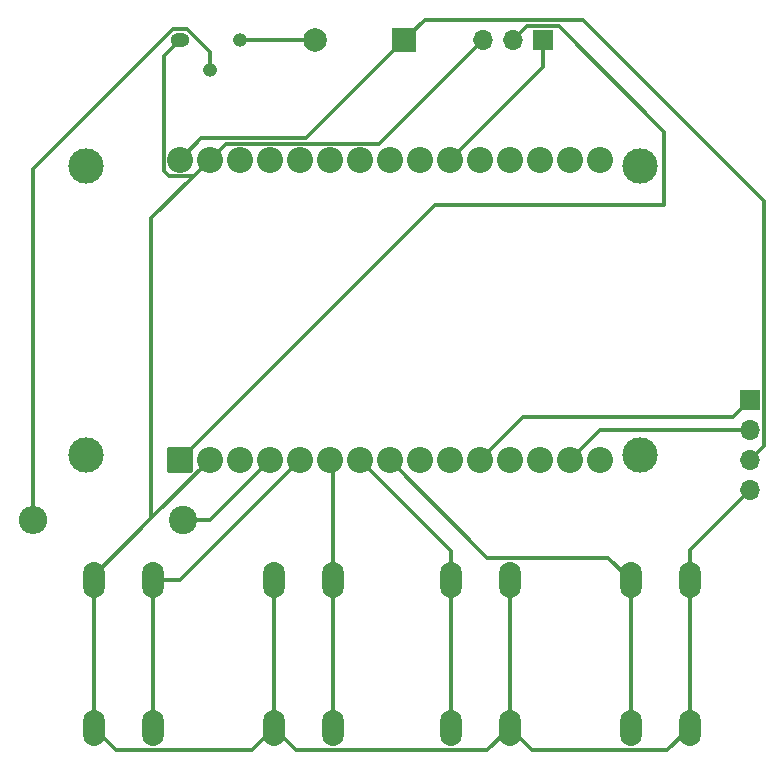
<source format=gbr>
%TF.GenerationSoftware,KiCad,Pcbnew,7.0.9*%
%TF.CreationDate,2023-11-28T22:12:25-05:00*%
%TF.ProjectId,h,682e6b69-6361-4645-9f70-636258585858,rev?*%
%TF.SameCoordinates,Original*%
%TF.FileFunction,Soldermask,Bot*%
%TF.FilePolarity,Negative*%
%FSLAX46Y46*%
G04 Gerber Fmt 4.6, Leading zero omitted, Abs format (unit mm)*
G04 Created by KiCad (PCBNEW 7.0.9) date 2023-11-28 22:12:25*
%MOMM*%
%LPD*%
G01*
G04 APERTURE LIST*
G04 Aperture macros list*
%AMRoundRect*
0 Rectangle with rounded corners*
0 $1 Rounding radius*
0 $2 $3 $4 $5 $6 $7 $8 $9 X,Y pos of 4 corners*
0 Add a 4 corners polygon primitive as box body*
4,1,4,$2,$3,$4,$5,$6,$7,$8,$9,$2,$3,0*
0 Add four circle primitives for the rounded corners*
1,1,$1+$1,$2,$3*
1,1,$1+$1,$4,$5*
1,1,$1+$1,$6,$7*
1,1,$1+$1,$8,$9*
0 Add four rect primitives between the rounded corners*
20,1,$1+$1,$2,$3,$4,$5,0*
20,1,$1+$1,$4,$5,$6,$7,0*
20,1,$1+$1,$6,$7,$8,$9,0*
20,1,$1+$1,$8,$9,$2,$3,0*%
G04 Aperture macros list end*
%ADD10O,1.850000X3.048000*%
%ADD11C,2.400000*%
%ADD12O,2.400000X2.400000*%
%ADD13C,3.000000*%
%ADD14C,2.204000*%
%ADD15RoundRect,0.102000X1.000000X-1.000000X1.000000X1.000000X-1.000000X1.000000X-1.000000X-1.000000X0*%
%ADD16O,1.200000X1.200000*%
%ADD17O,1.600000X1.200000*%
%ADD18O,1.700000X1.700000*%
%ADD19R,1.700000X1.700000*%
%ADD20C,2.000000*%
%ADD21R,2.000000X2.000000*%
%TA.AperFunction,ComponentPad*%
%ADD22O,1.850000X3.048000*%
%TD*%
%TA.AperFunction,ComponentPad*%
%ADD23C,2.400000*%
%TD*%
%TA.AperFunction,ComponentPad*%
%ADD24O,2.400000X2.400000*%
%TD*%
%TA.AperFunction,ComponentPad*%
%ADD25C,2.000000*%
%TD*%
%TA.AperFunction,ComponentPad*%
%ADD26R,2.000000X2.000000*%
%TD*%
%TA.AperFunction,ComponentPad*%
%ADD27O,1.200000X1.200000*%
%TD*%
%TA.AperFunction,ComponentPad*%
%ADD28O,1.600000X1.200000*%
%TD*%
%TA.AperFunction,ComponentPad*%
%ADD29O,1.700000X1.700000*%
%TD*%
%TA.AperFunction,ComponentPad*%
%ADD30R,1.700000X1.700000*%
%TD*%
%TA.AperFunction,Conductor*%
%ADD31C,0.300000*%
%TD*%
G04 APERTURE END LIST*
D10*
%TO.C,SW1*%
X109300000Y-121720000D03*
X109300000Y-109220000D03*
X114300000Y-121720000D03*
X114300000Y-109220000D03*
%TD*%
D11*
%TO.C,R2*%
X116840000Y-104140000D03*
D12*
X104140000Y-104140000D03*
%TD*%
D13*
%TO.C,U1*%
X108605000Y-98640000D03*
X108605000Y-74130000D03*
X155555000Y-74130000D03*
X155555000Y-98640000D03*
D14*
X152125000Y-73660000D03*
X149585000Y-73660000D03*
X147045000Y-73660000D03*
X144505000Y-73660000D03*
X141965000Y-73660000D03*
X139425000Y-73660000D03*
X136885000Y-73660000D03*
X134345000Y-73660000D03*
X131805000Y-73660000D03*
X129265000Y-73660000D03*
X126725000Y-73660000D03*
X124185000Y-73660000D03*
X121645000Y-73660000D03*
X119105000Y-73660000D03*
X116565000Y-73660000D03*
X152125000Y-99060000D03*
X149585000Y-99060000D03*
X147045000Y-99060000D03*
X144505000Y-99060000D03*
X141965000Y-99060000D03*
X139425000Y-99060000D03*
X136885000Y-99060000D03*
X134345000Y-99060000D03*
X131805000Y-99060000D03*
X129265000Y-99060000D03*
X126725000Y-99060000D03*
X124185000Y-99060000D03*
X121645000Y-99060000D03*
X119105000Y-99060000D03*
D15*
X116565000Y-99060000D03*
%TD*%
D10*
%TO.C,SW4*%
X159745000Y-109220000D03*
X159745000Y-121720000D03*
X154745000Y-109220000D03*
X154745000Y-121720000D03*
%TD*%
%TO.C,SW3*%
X144505000Y-109220000D03*
X144505000Y-121720000D03*
X139505000Y-109220000D03*
X139505000Y-121720000D03*
%TD*%
%TO.C,SW2*%
X124540000Y-121720000D03*
X124540000Y-109220000D03*
X129540000Y-121720000D03*
X129540000Y-109220000D03*
%TD*%
D16*
%TO.C,Q1*%
X121645000Y-63500000D03*
X119105000Y-66040000D03*
D17*
X116565000Y-63500000D03*
%TD*%
D18*
%TO.C,J1*%
X164825000Y-101600000D03*
X164825000Y-99060000D03*
X164825000Y-96520000D03*
D19*
X164825000Y-93980000D03*
%TD*%
D20*
%TO.C,BZ1*%
X128005000Y-63500000D03*
D21*
X135605000Y-63500000D03*
%TD*%
D18*
%TO.C,A1*%
X142240000Y-63500000D03*
X144780000Y-63500000D03*
D19*
X147320000Y-63500000D03*
%TD*%
D22*
%TO.P,SW1,2,2*%
%TO.N,GND*%
X109300000Y-121720000D03*
X109300000Y-109220000D03*
%TO.P,SW1,1,1*%
%TO.N,/D4*%
X114300000Y-121720000D03*
X114300000Y-109220000D03*
%TD*%
D23*
%TO.P,R2,1*%
%TO.N,/D2*%
X116840000Y-104140000D03*
D24*
%TO.P,R2,2*%
%TO.N,Net-(Q1-B)*%
X104140000Y-104140000D03*
%TD*%
D25*
%TO.P,U1,16,EN*%
%TO.N,unconnected-(U1-EN-Pad16)*%
X152125000Y-73660000D03*
%TO.P,U1,17,VP*%
%TO.N,unconnected-(U1-VP-Pad17)*%
X149585000Y-73660000D03*
%TO.P,U1,18,VN*%
%TO.N,unconnected-(U1-VN-Pad18)*%
X147045000Y-73660000D03*
%TO.P,U1,19,D34*%
%TO.N,unconnected-(U1-D34-Pad19)*%
X144505000Y-73660000D03*
%TO.P,U1,20,D35*%
%TO.N,unconnected-(U1-D35-Pad20)*%
X141965000Y-73660000D03*
%TO.P,U1,21,D32*%
%TO.N,/D32*%
X139425000Y-73660000D03*
%TO.P,U1,22,D33*%
%TO.N,unconnected-(U1-D33-Pad22)*%
X136885000Y-73660000D03*
%TO.P,U1,23,D25*%
%TO.N,unconnected-(U1-D25-Pad23)*%
X134345000Y-73660000D03*
%TO.P,U1,24,D26*%
%TO.N,unconnected-(U1-D26-Pad24)*%
X131805000Y-73660000D03*
%TO.P,U1,25,D27*%
%TO.N,unconnected-(U1-D27-Pad25)*%
X129265000Y-73660000D03*
%TO.P,U1,26,D14*%
%TO.N,/D14*%
X126725000Y-73660000D03*
%TO.P,U1,27,D12*%
%TO.N,unconnected-(U1-D12-Pad27)*%
X124185000Y-73660000D03*
%TO.P,U1,28,D13*%
%TO.N,unconnected-(U1-D13-Pad28)*%
X121645000Y-73660000D03*
%TO.P,U1,29,GND*%
%TO.N,GND*%
X119105000Y-73660000D03*
%TO.P,U1,30,VIN*%
%TO.N,+5V*%
X116565000Y-73660000D03*
%TO.P,U1,15,D23*%
%TO.N,unconnected-(U1-D23-Pad15)*%
X152125000Y-99060000D03*
%TO.P,U1,14,D22*%
%TO.N,/D22*%
X149585000Y-99060000D03*
%TO.P,U1,13,TX0*%
%TO.N,unconnected-(U1-TX0-Pad13)*%
X147045000Y-99060000D03*
%TO.P,U1,12,RX0*%
%TO.N,unconnected-(U1-RX0-Pad12)*%
X144505000Y-99060000D03*
%TO.P,U1,11,D21*%
%TO.N,/D21*%
X141965000Y-99060000D03*
%TO.P,U1,10,D19*%
%TO.N,unconnected-(U1-D19-Pad10)*%
X139425000Y-99060000D03*
%TO.P,U1,9,D18*%
%TO.N,unconnected-(U1-D18-Pad9)*%
X136885000Y-99060000D03*
%TO.P,U1,8,D5*%
%TO.N,/D5*%
X134345000Y-99060000D03*
%TO.P,U1,7,TX2*%
%TO.N,/D17*%
X131805000Y-99060000D03*
%TO.P,U1,6,RX2*%
%TO.N,/D16*%
X129265000Y-99060000D03*
%TO.P,U1,5,D4*%
%TO.N,/D4*%
X126725000Y-99060000D03*
%TO.P,U1,4,D2*%
%TO.N,/D2*%
X124185000Y-99060000D03*
%TO.P,U1,3,D15*%
%TO.N,unconnected-(U1-D15-Pad3)*%
X121645000Y-99060000D03*
%TO.P,U1,2,GND*%
%TO.N,GND*%
X119105000Y-99060000D03*
D26*
%TO.P,U1,1,3V3*%
%TO.N,+3.3V*%
X116565000Y-99060000D03*
%TD*%
D22*
%TO.P,SW4,2,2*%
%TO.N,GND*%
X159745000Y-109220000D03*
X159745000Y-121720000D03*
%TO.P,SW4,1,1*%
%TO.N,/D5*%
X154745000Y-109220000D03*
X154745000Y-121720000D03*
%TD*%
%TO.P,SW3,2,2*%
%TO.N,GND*%
X144505000Y-109220000D03*
X144505000Y-121720000D03*
%TO.P,SW3,1,1*%
%TO.N,/D17*%
X139505000Y-109220000D03*
X139505000Y-121720000D03*
%TD*%
%TO.P,SW2,2,2*%
%TO.N,GND*%
X124540000Y-121720000D03*
X124540000Y-109220000D03*
%TO.P,SW2,1,1*%
%TO.N,/D16*%
X129540000Y-121720000D03*
X129540000Y-109220000D03*
%TD*%
D27*
%TO.P,Q1,3,C*%
%TO.N,Net-(BZ1-+)*%
X121645000Y-63500000D03*
%TO.P,Q1,2,B*%
%TO.N,Net-(Q1-B)*%
X119105000Y-66040000D03*
D28*
%TO.P,Q1,1,E*%
%TO.N,GND*%
X116565000Y-63500000D03*
%TD*%
D29*
%TO.P,J1,4,Pin_4*%
%TO.N,GND*%
X164825000Y-101600000D03*
%TO.P,J1,3,Pin_3*%
%TO.N,+5V*%
X164825000Y-99060000D03*
%TO.P,J1,2,Pin_2*%
%TO.N,/D22*%
X164825000Y-96520000D03*
D30*
%TO.P,J1,1,Pin_1*%
%TO.N,/D21*%
X164825000Y-93980000D03*
%TD*%
D25*
%TO.P,BZ1,2,+*%
%TO.N,Net-(BZ1-+)*%
X128005000Y-63500000D03*
D26*
%TO.P,BZ1,1,-*%
%TO.N,+5V*%
X135605000Y-63500000D03*
%TD*%
D29*
%TO.P,A1,3,GND*%
%TO.N,GND*%
X142240000Y-63500000D03*
%TO.P,A1,2,VOUT*%
%TO.N,+3.3V*%
X144780000Y-63500000D03*
D30*
%TO.P,A1,1,+VS*%
%TO.N,/D32*%
X147320000Y-63500000D03*
%TD*%
D31*
%TO.N,GND*%
X114162500Y-78602500D02*
X114162500Y-104002500D01*
X117755000Y-75010000D02*
X114162500Y-78602500D01*
X114162500Y-104002500D02*
X119105000Y-99060000D01*
X109300000Y-108865000D02*
X114162500Y-104002500D01*
%TO.N,Net-(Q1-B)*%
X104140000Y-74381497D02*
X104140000Y-104140000D01*
X115971497Y-62550000D02*
X104140000Y-74381497D01*
X117158503Y-62550000D02*
X115971497Y-62550000D01*
X119105000Y-64496497D02*
X117158503Y-62550000D01*
X119105000Y-66040000D02*
X119105000Y-64496497D01*
%TO.N,/D21*%
X163385000Y-95420000D02*
X145605000Y-95420000D01*
X145605000Y-95420000D02*
X141965000Y-99060000D01*
X164825000Y-93980000D02*
X163385000Y-95420000D01*
%TO.N,/D22*%
X152125000Y-96520000D02*
X149585000Y-99060000D01*
X164825000Y-96520000D02*
X152125000Y-96520000D01*
%TO.N,+5V*%
X166025000Y-77125000D02*
X166025000Y-97860000D01*
X166025000Y-97860000D02*
X164825000Y-99060000D01*
X150700000Y-61800000D02*
X166025000Y-77125000D01*
X137305000Y-61800000D02*
X150700000Y-61800000D01*
X135605000Y-63500000D02*
X137305000Y-61800000D01*
%TO.N,GND*%
X115650000Y-75010000D02*
X117755000Y-75010000D01*
X115215000Y-74575000D02*
X115650000Y-75010000D01*
X115215000Y-64850000D02*
X115215000Y-74575000D01*
X117755000Y-75010000D02*
X119105000Y-73660000D01*
X116565000Y-63500000D02*
X115215000Y-64850000D01*
%TO.N,+5V*%
X118415000Y-71810000D02*
X116565000Y-73660000D01*
X127295000Y-71810000D02*
X118415000Y-71810000D01*
X135605000Y-63500000D02*
X127295000Y-71810000D01*
%TO.N,+3.3V*%
X138195000Y-77430000D02*
X116565000Y-99060000D01*
X157617132Y-77430000D02*
X138195000Y-77430000D01*
X157617132Y-71257132D02*
X157617132Y-77430000D01*
X148660000Y-62300000D02*
X157617132Y-71257132D01*
X145980000Y-62300000D02*
X148660000Y-62300000D01*
X144780000Y-63500000D02*
X145980000Y-62300000D01*
%TO.N,/D32*%
X147320000Y-65765000D02*
X139425000Y-73660000D01*
X147320000Y-63500000D02*
X147320000Y-65765000D01*
%TO.N,GND*%
X120455000Y-72310000D02*
X119105000Y-73660000D01*
X133430000Y-72310000D02*
X120455000Y-72310000D01*
X142240000Y-63500000D02*
X133430000Y-72310000D01*
%TO.N,/D2*%
X119105000Y-104140000D02*
X124185000Y-99060000D01*
X116840000Y-104140000D02*
X119105000Y-104140000D01*
%TO.N,GND*%
X157871000Y-123594000D02*
X159745000Y-121720000D01*
X146379000Y-123594000D02*
X157871000Y-123594000D01*
X144505000Y-121720000D02*
X146379000Y-123594000D01*
X142631000Y-123594000D02*
X144505000Y-121720000D01*
X126414000Y-123594000D02*
X142631000Y-123594000D01*
X124540000Y-121720000D02*
X126414000Y-123594000D01*
X122666000Y-123594000D02*
X124540000Y-121720000D01*
X111174000Y-123594000D02*
X122666000Y-123594000D01*
X109300000Y-121720000D02*
X111174000Y-123594000D01*
%TO.N,/D5*%
X142631000Y-107346000D02*
X134345000Y-99060000D01*
X152871000Y-107346000D02*
X142631000Y-107346000D01*
X154745000Y-109220000D02*
X152871000Y-107346000D01*
%TO.N,/D17*%
X139505000Y-106760000D02*
X131805000Y-99060000D01*
X139505000Y-109220000D02*
X139505000Y-106760000D01*
%TO.N,/D16*%
X129540000Y-99335000D02*
X129265000Y-99060000D01*
X129540000Y-109220000D02*
X129540000Y-99335000D01*
%TO.N,/D4*%
X116565000Y-109220000D02*
X126725000Y-99060000D01*
X114300000Y-109220000D02*
X116565000Y-109220000D01*
%TO.N,GND*%
X109300000Y-109220000D02*
X109300000Y-108865000D01*
%TO.N,Net-(BZ1-+)*%
X121645000Y-63500000D02*
X128005000Y-63500000D01*
%TO.N,GND*%
X159745000Y-109220000D02*
X159745000Y-106680000D01*
X159745000Y-106680000D02*
X164825000Y-101600000D01*
X159745000Y-121720000D02*
X159745000Y-109220000D01*
%TO.N,/D5*%
X154745000Y-121720000D02*
X154745000Y-109220000D01*
%TO.N,GND*%
X144505000Y-121720000D02*
X144505000Y-109220000D01*
%TO.N,/D17*%
X139505000Y-121720000D02*
X139505000Y-109220000D01*
%TO.N,/D16*%
X129540000Y-121720000D02*
X129540000Y-109220000D01*
%TO.N,GND*%
X124540000Y-121720000D02*
X124540000Y-109220000D01*
%TO.N,/D4*%
X114300000Y-121720000D02*
X114300000Y-109220000D01*
%TO.N,GND*%
X109300000Y-121720000D02*
X109300000Y-109220000D01*
%TD*%
M02*

</source>
